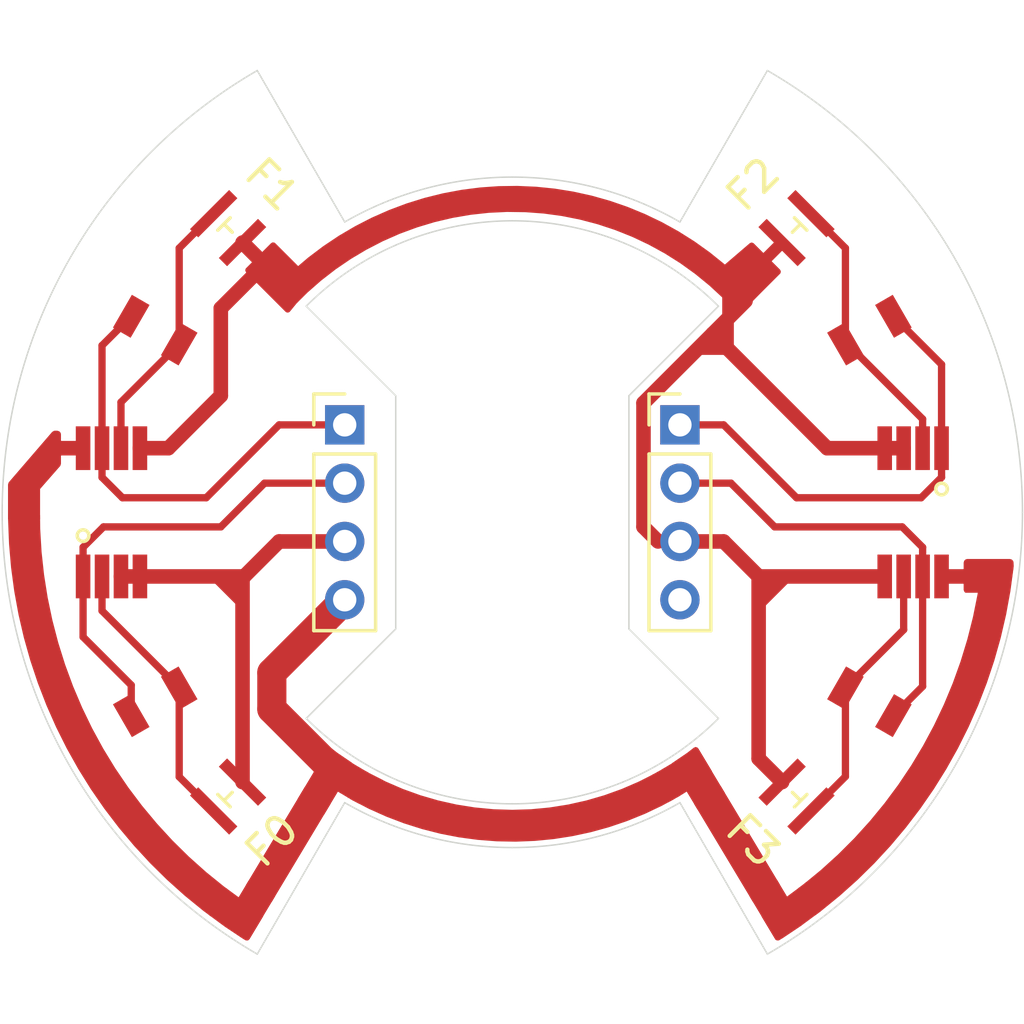
<source format=kicad_pcb>
(kicad_pcb (version 20211014) (generator pcbnew)
  (layers (0 "F.Cu" signal) (31 "B.Cu" signal) (34 "B.Paste" user) (35 "F.Paste" user) (36 "B.SilkS" user "B.Silkscreen") (37 "F.SilkS" user "F.Silkscreen") (38 "B.Mask" user) (39 "F.Mask" user) (44 "Edge.Cuts" user))
  (net 0 "")
  (net 1 "GND")
  (net 2 "Net-(F0-Pad1)")
  (net 3 "Net-(F1-Pad1)")
  (net 4 "Net-(F2-Pad1)")
  (net 5 "Net-(F3-Pad1)")
  (net 6 "VCC")
  (net 7 "O1")
  (net 8 "O0")
  (net 9 "O3")
  (net 10 "O2")
  (net 11 "LED")
  (footprint "Helios:SFH2704_Photodiode" (layer "F.Cu") (at 140.25 109.75 135)
    (fp_text reference "F0" (at -2.12132 0 45) (layer "F.SilkS"))
    (fp_text value "SFH2704" hide)
    (fp_line (start 0 -0.2) (end 0 0.2) (layer "F.SilkS") (width 0.12))
    (fp_line (start -0.3 -0.2) (end 0.3 -0.2) (layer "F.SilkS") (width 0.12))
    (pad "1" smd rect locked (at 0 -0.7 135) (size 1.9 0.4) (layers "F.Cu" "F.Paste" "F.Mask") (net 2 "Net-(F0-Pad1)"))
    (pad "2" smd rect locked (at 0 0.7 135) (size 1.9 0.4) (layers "F.Cu" "F.Paste" "F.Mask") (net 1 "GND"))
  )
  (footprint "Helios:SFH2704_Photodiode" (layer "F.Cu") (at 140.25 90.25 45)
    (fp_text reference "F1" (at 2.12132 0 315) (layer "F.SilkS"))
    (fp_text value "SFH2704" hide)
    (fp_line (start -0.3 -0.2) (end 0.3 -0.2) (layer "F.SilkS") (width 0.12))
    (fp_line (start 0 -0.2) (end 0 0.2) (layer "F.SilkS") (width 0.12))
    (pad "1" smd rect locked (at 0 -0.7 45) (size 1.9 0.4) (layers "F.Cu" "F.Paste" "F.Mask") (net 3 "Net-(F1-Pad1)"))
    (pad "2" smd rect locked (at 0 0.7 45) (size 1.9 0.4) (layers "F.Cu" "F.Paste" "F.Mask") (net 1 "GND"))
  )
  (footprint "Helios:SFH2704_Photodiode" (layer "F.Cu") (at 159.75 90.25 -45)
    (fp_text reference "F2" (at -2.12132 0 225) (layer "F.SilkS"))
    (fp_text value "SFH2704" hide)
    (fp_line (start -0.3 -0.2) (end 0.3 -0.2) (layer "F.SilkS") (width 0.12))
    (fp_line (start 0 -0.2) (end 0 0.2) (layer "F.SilkS") (width 0.12))
    (pad "1" smd rect locked (at 0 -0.7 315) (size 1.9 0.4) (layers "F.Cu" "F.Paste" "F.Mask") (net 4 "Net-(F2-Pad1)"))
    (pad "2" smd rect locked (at 0 0.7 315) (size 1.9 0.4) (layers "F.Cu" "F.Paste" "F.Mask") (net 1 "GND"))
  )
  (footprint "Helios:SFH2704_Photodiode" (layer "F.Cu") (at 159.75 109.75 -135)
    (fp_text reference "F3" (at 2.12132 0 -45) (layer "F.SilkS"))
    (fp_text value "SFH2704" hide)
    (fp_line (start 0 -0.2) (end 0 0.2) (layer "F.SilkS") (width 0.12))
    (fp_line (start -0.3 -0.2) (end 0.3 -0.2) (layer "F.SilkS") (width 0.12))
    (pad "1" smd rect locked (at 0 -0.7 225) (size 1.9 0.4) (layers "F.Cu" "F.Paste" "F.Mask") (net 5 "Net-(F3-Pad1)"))
    (pad "2" smd rect locked (at 0 0.7 225) (size 1.9 0.4) (layers "F.Cu" "F.Paste" "F.Mask") (net 1 "GND"))
  )
  (footprint "Helios:OPA2380" (layer "F.Cu") (at 136.25 100)
    (fp_text reference "U0" hide)
    (fp_text value "OPA2380")
    (fp_circle (center -0.975 0.8) (end -0.775 0.8) (layer "F.SilkS") (width 0.12) (fill none))
    (pad "1" smd rect locked (at -0.975 2.2) (size 0.5 1.5) (layers "F.Cu" "F.Paste" "F.Mask") (net 7 "O1"))
    (pad "2" smd rect locked (at -0.325 2.2) (size 0.5 1.5) (layers "F.Cu" "F.Paste" "F.Mask") (net 2 "Net-(F0-Pad1)"))
    (pad "3" smd rect locked (at 0.325 2.2) (size 0.5 1.5) (layers "F.Cu" "F.Paste" "F.Mask") (net 1 "GND"))
    (pad "4" smd rect locked (at 0.975 2.2) (size 0.5 1.5) (layers "F.Cu" "F.Paste" "F.Mask") (net 1 "GND"))
    (pad "5" smd rect locked (at 0.975 -2.2) (size 0.5 1.5) (layers "F.Cu" "F.Paste" "F.Mask") (net 1 "GND"))
    (pad "6" smd rect locked (at 0.325 -2.2) (size 0.5 1.5) (layers "F.Cu" "F.Paste" "F.Mask") (net 3 "Net-(F1-Pad1)"))
    (pad "7" smd rect locked (at -0.325 -2.2) (size 0.5 1.5) (layers "F.Cu" "F.Paste" "F.Mask") (net 8 "O0"))
    (pad "8" smd rect locked (at -0.975 -2.2) (size 0.5 1.5) (layers "F.Cu" "F.Paste" "F.Mask") (net 6 "VCC"))
  )
  (footprint "Helios:OPA2380" (layer "F.Cu") (at 163.75 100 180)
    (fp_text reference "U1" hide)
    (fp_text value "OPA2380")
    (fp_circle (center -0.975 0.8) (end -0.775 0.8) (layer "F.SilkS") (width 0.12) (fill none))
    (pad "1" smd rect locked (at -0.975 2.2 180) (size 0.5 1.5) (layers "F.Cu" "F.Paste" "F.Mask") (net 10 "O2"))
    (pad "2" smd rect locked (at -0.325 2.2 180) (size 0.5 1.5) (layers "F.Cu" "F.Paste" "F.Mask") (net 4 "Net-(F2-Pad1)"))
    (pad "3" smd rect locked (at 0.325 2.2 180) (size 0.5 1.5) (layers "F.Cu" "F.Paste" "F.Mask") (net 1 "GND"))
    (pad "4" smd rect locked (at 0.975 2.2 180) (size 0.5 1.5) (layers "F.Cu" "F.Paste" "F.Mask") (net 1 "GND"))
    (pad "5" smd rect locked (at 0.975 -2.2 180) (size 0.5 1.5) (layers "F.Cu" "F.Paste" "F.Mask") (net 1 "GND"))
    (pad "6" smd rect locked (at 0.325 -2.2 180) (size 0.5 1.5) (layers "F.Cu" "F.Paste" "F.Mask") (net 5 "Net-(F3-Pad1)"))
    (pad "7" smd rect locked (at -0.325 -2.2 180) (size 0.5 1.5) (layers "F.Cu" "F.Paste" "F.Mask") (net 9 "O3"))
    (pad "8" smd rect locked (at -0.975 -2.2 180) (size 0.5 1.5) (layers "F.Cu" "F.Paste" "F.Mask") (net 6 "VCC"))
  )
  (footprint "Helios:RS_0805" (layer "F.Cu") (at 137.75 106.5 30)
    (fp_text reference "R0" hide)
    (fp_text value "R")
    (pad "1" smd rect locked (at -0.95 0 30) (size 0.7 1.3) (layers "F.Cu" "F.Paste" "F.Mask") (net 7 "O1"))
    (pad "2" smd rect locked (at 0.95 0 30) (size 0.7 1.3) (layers "F.Cu" "F.Paste" "F.Mask") (net 2 "Net-(F0-Pad1)"))
  )
  (footprint "Helios:RS_0805" (layer "F.Cu") (at 137.75 93.75 -30)
    (fp_text reference "R1" hide)
    (fp_text value "R")
    (pad "1" smd rect locked (at -0.95 0 330) (size 0.7 1.3) (layers "F.Cu" "F.Paste" "F.Mask") (net 8 "O0"))
    (pad "2" smd rect locked (at 0.95 0 330) (size 0.7 1.3) (layers "F.Cu" "F.Paste" "F.Mask") (net 3 "Net-(F1-Pad1)"))
  )
  (footprint "Helios:RS_0805" (layer "F.Cu") (at 162.25 93.75 -150)
    (fp_text reference "R2" hide)
    (fp_text value "R")
    (pad "1" smd rect locked (at -0.95 0 210) (size 0.7 1.3) (layers "F.Cu" "F.Paste" "F.Mask") (net 10 "O2"))
    (pad "2" smd rect locked (at 0.95 0 210) (size 0.7 1.3) (layers "F.Cu" "F.Paste" "F.Mask") (net 4 "Net-(F2-Pad1)"))
  )
  (footprint "Helios:RS_0805" (layer "F.Cu") (at 162.25 106.5 150)
    (fp_text reference "R3" hide)
    (fp_text value "R")
    (pad "1" smd rect locked (at -0.95 0 150) (size 0.7 1.3) (layers "F.Cu" "F.Paste" "F.Mask") (net 9 "O3"))
    (pad "2" smd rect locked (at 0.95 0 150) (size 0.7 1.3) (layers "F.Cu" "F.Paste" "F.Mask") (net 5 "Net-(F3-Pad1)"))
  )
  (footprint "Connector_PinHeader_2.00mm:PinHeader_1x04_P2.00mm_Vertical" (layer "F.Cu") (at 144.25 97)
    (fp_text reference "J0" hide)
    (fp_text value "Connector J0")
    (fp_line (start 1.06 1) (end 1.06 7.06) (layer "F.SilkS") (width 0.12))
    (fp_line (start -1.06 1) (end 1.06 1) (layer "F.SilkS") (width 0.12))
    (fp_line (start -1.06 -1.06) (end 0 -1.06) (layer "F.SilkS") (width 0.12))
    (fp_line (start -1.06 1) (end -1.06 7.06) (layer "F.SilkS") (width 0.12))
    (fp_line (start -1.06 7.06) (end 1.06 7.06) (layer "F.SilkS") (width 0.12))
    (fp_line (start -1.06 0) (end -1.06 -1.06) (layer "F.SilkS") (width 0.12))
    (pad "1" thru_hole rect locked (at 0 0) (size 1.35 1.35) (drill 0.8) (layers *.Cu *.Mask) (net 8 "O0"))
    (pad "2" thru_hole oval locked (at 0 2) (size 1.35 1.35) (drill 0.8) (layers *.Cu *.Mask) (net 7 "O1"))
    (pad "3" thru_hole oval locked (at 0 4) (size 1.35 1.35) (drill 0.8) (layers *.Cu *.Mask) (net 1 "GND"))
    (pad "4" thru_hole oval locked (at 0 6) (size 1.35 1.35) (drill 0.8) (layers *.Cu *.Mask) (net 6 "VCC"))
  )
  (footprint "Connector_PinHeader_2.00mm:PinHeader_1x04_P2.00mm_Vertical" (layer "F.Cu") (at 155.75 97)
    (fp_text reference "J1" hide)
    (fp_text value "Connector J1")
    (fp_line (start -1.06 1) (end -1.06 7.06) (layer "F.SilkS") (width 0.12))
    (fp_line (start -1.06 7.06) (end 1.06 7.06) (layer "F.SilkS") (width 0.12))
    (fp_line (start -1.06 1) (end 1.06 1) (layer "F.SilkS") (width 0.12))
    (fp_line (start -1.06 0) (end -1.06 -1.06) (layer "F.SilkS") (width 0.12))
    (fp_line (start -1.06 -1.06) (end 0 -1.06) (layer "F.SilkS") (width 0.12))
    (fp_line (start 1.06 1) (end 1.06 7.06) (layer "F.SilkS") (width 0.12))
    (pad "1" thru_hole rect locked (at 0 0) (size 1.35 1.35) (drill 0.8) (layers *.Cu *.Mask) (net 10 "O2"))
    (pad "2" thru_hole oval locked (at 0 2) (size 1.35 1.35) (drill 0.8) (layers *.Cu *.Mask) (net 9 "O3"))
    (pad "3" thru_hole oval locked (at 0 4) (size 1.35 1.35) (drill 0.8) (layers *.Cu *.Mask) (net 1 "GND"))
    (pad "4" thru_hole oval locked (at 0 6) (size 1.35 1.35) (drill 0.8) (layers *.Cu *.Mask) (net 11 "LED"))
  )
  (gr_poly (pts (xy 157.5 94.5) (xy 156.25 94.5) (xy 157.5 93.25)) (layer "F.Cu") (width 0.2) (fill solid))
  (gr_poly (pts (xy 158.5 103.25) (xy 158.5 102.25) (xy 159.5 102.25)) (layer "F.Cu") (width 0.2) (fill solid))
  (gr_poly (pts (xy 139.7 102.2) (xy 140.7 102.2) (xy 140.7 103.2)) (layer "F.Cu") (width 0.2) (fill solid))
  (gr_poly (pts (xy 157.3 93.6) (xy 157.3 92.5) (xy 158.425 92.425)) (layer "F.Cu") (width 0.2) (fill solid))
  (gr_line (start 154 96) (end 157.071068 92.928932) (layer "Edge.Cuts") (width 0.05))
  (gr_line (start 146 96) (end 142.928932 92.928932) (layer "Edge.Cuts") (width 0.05))
  (gr_line (start 155.75 90.040708) (end 158.75 84.844555) (layer "Edge.Cuts") (width 0.05))
  (gr_line (start 144.25 90.040708) (end 141.25 84.844555) (layer "Edge.Cuts") (width 0.05))
  (gr_line (start 158.75 115.155445) (end 155.75 109.959292) (layer "Edge.Cuts") (width 0.05))
  (gr_line (start 141.25 115.155445) (end 144.25 109.959292) (layer "Edge.Cuts") (width 0.05))
  (gr_line (start 142.928932 107.071068) (end 146 104) (layer "Edge.Cuts") (width 0.05))
  (gr_arc (start 150 111.5) (mid 147.023581 111.108147) (end 144.25 109.959292) (layer "Edge.Cuts") (width 0.05))
  (gr_arc (start 142.928932 92.928932) (mid 146.173166 90.761204) (end 150 90) (layer "Edge.Cuts") (width 0.05))
  (gr_line (start 154 104) (end 154 96) (layer "Edge.Cuts") (width 0.05))
  (gr_arc (start 141.25 115.155445) (mid 134.844555 108.75) (end 132.5 100) (layer "Edge.Cuts") (width 0.05))
  (gr_line (start 157.071068 107.071068) (end 154 104) (layer "Edge.Cuts") (width 0.05))
  (gr_arc (start 144.25 90.040708) (mid 147.023581 88.891853) (end 150 88.5) (layer "Edge.Cuts") (width 0.05))
  (gr_arc (start 158.75 84.844555) (mid 165.155445 91.25) (end 167.5 100) (layer "Edge.Cuts") (width 0.05))
  (gr_arc (start 167.5 100) (mid 165.155445 108.75) (end 158.75 115.155445) (layer "Edge.Cuts") (width 0.05))
  (gr_arc (start 150 90) (mid 153.826834 90.761205) (end 157.071068 92.928932) (layer "Edge.Cuts") (width 0.05))
  (gr_arc (start 150 110) (mid 146.173166 109.238795) (end 142.928932 107.071068) (layer "Edge.Cuts") (width 0.05))
  (gr_line (start 146 104) (end 146 96) (layer "Edge.Cuts") (width 0.05))
  (gr_arc (start 157.071068 107.071068) (mid 153.826834 109.238796) (end 150 110) (layer "Edge.Cuts") (width 0.05))
  (gr_arc (start 155.75 109.959292) (mid 152.976419 111.108147) (end 150 111.5) (layer "Edge.Cuts") (width 0.05))
  (gr_arc (start 132.5 100) (mid 134.844555 91.25) (end 141.25 84.844555) (layer "Edge.Cuts") (width 0.05))
  (gr_arc (start 150 88.5) (mid 152.976419 88.891853) (end 155.75 90.040708) (layer "Edge.Cuts") (width 0.05))
  (segment (start 158.45 102.2) (end 157.25 101) (width 0.5) (layer "F.Cu") (net 1))
  (segment (start 140.744975 102.255025) (end 142 101) (width 0.25) (layer "F.Cu") (net 1))
  (segment (start 138.2 97.8) (end 140 96) (width 0.5) (layer "F.Cu") (net 1))
  (segment (start 154.5 100.5) (end 154.5 96.25) (width 0.5) (layer "F.Cu") (net 1))
  (segment (start 137.225 102.2) (end 140.8 102.2) (width 0.5) (layer "F.Cu") (net 1))
  (segment (start 159.255025 109.255025) (end 158.45 108.45) (width 0.5) (layer "F.Cu") (net 1))
  (segment (start 140.744975 109.255025) (end 140.744975 102.255025) (width 0.5) (layer "F.Cu") (net 1))
  (segment (start 141.5 91.5) (end 140.744975 90.744975) (width 0.5) (layer "F.Cu") (net 1))
  (segment (start 154.5 96.25) (end 156.875 93.875) (width 0.5) (layer "F.Cu") (net 1))
  (segment (start 162.775 102.2) (end 158.45 102.2) (width 0.5) (layer "F.Cu") (net 1))
  (segment (start 157.25 101) (end 155.75 101) (width 0.5) (layer "F.Cu") (net 1))
  (segment (start 155 101) (end 154.5 100.5) (width 0.5) (layer "F.Cu") (net 1))
  (segment (start 162.775 97.8) (end 160.8 97.8) (width 0.5) (layer "F.Cu") (net 1))
  (segment (start 163.425 97.8) (end 162.775 97.8) (width 0.5) (layer "F.Cu") (net 1))
  (segment (start 155.75 101) (end 155 101) (width 0.25) (layer "F.Cu") (net 1))
  (segment (start 142 101) (end 144.25 101) (width 0.5) (layer "F.Cu") (net 1))
  (segment (start 136.575 102.2) (end 137.225 102.2) (width 0.5) (layer "F.Cu") (net 1))
  (segment (start 137.225 97.8) (end 138.2 97.8) (width 0.5) (layer "F.Cu") (net 1))
  (segment (start 140 93) (end 141.5 91.5) (width 0.5) (layer "F.Cu") (net 1))
  (segment (start 140 96) (end 140 93) (width 0.5) (layer "F.Cu") (net 1))
  (segment (start 158.45 108.45) (end 158.45 102.2) (width 0.5) (layer "F.Cu") (net 1))
  (segment (start 140.8 102.2) (end 142 101) (width 0.5) (layer "F.Cu") (net 1))
  (segment (start 156.875 93.875) (end 158 92.75) (width 0.5) (layer "F.Cu") (net 1))
  (segment (start 160.8 97.8) (end 156.875 93.875) (width 0.5) (layer "F.Cu") (net 1))
  (segment (start 138.572724 106.025) (end 135.925 103.377276) (width 0.25) (layer "F.Cu") (net 2))
  (segment (start 139.744975 110.244975) (end 138.572724 109.072724) (width 0.25) (layer "F.Cu") (net 2))
  (segment (start 139.755025 110.244975) (end 139.744975 110.244975) (width 0.25) (layer "F.Cu") (net 2))
  (segment (start 138.572724 109.072724) (end 138.572724 106.025) (width 0.25) (layer "F.Cu") (net 2))
  (segment (start 135.925 103.377276) (end 135.925 102.2) (width 0.25) (layer "F.Cu") (net 2))
  (segment (start 139.755025 89.755025) (end 138.572724 90.937326) (width 0.25) (layer "F.Cu") (net 3))
  (segment (start 136.575 96.222724) (end 136.575 97.8) (width 0.25) (layer "F.Cu") (net 3))
  (segment (start 138.572724 90.937326) (end 138.572724 94.225) (width 0.25) (layer "F.Cu") (net 3))
  (segment (start 138.572724 94.225) (end 136.575 96.222724) (width 0.25) (layer "F.Cu") (net 3))
  (segment (start 164.075 97.8) (end 164.075 96.8) (width 0.25) (layer "F.Cu") (net 4))
  (segment (start 161.427276 94.225) (end 161.427276 90.937326) (width 0.25) (layer "F.Cu") (net 4))
  (segment (start 161.5 94.225) (end 161.427276 94.225) (width 0.25) (layer "F.Cu") (net 4))
  (segment (start 164.075 96.8) (end 161.5 94.225) (width 0.25) (layer "F.Cu") (net 4))
  (segment (start 161.427276 90.937326) (end 160.244975 89.755025) (width 0.25) (layer "F.Cu") (net 4))
  (segment (start 161.427276 109.062674) (end 161.427276 106.025) (width 0.25) (layer "F.Cu") (net 5))
  (segment (start 160.244975 110.244975) (end 161.427276 109.062674) (width 0.25) (layer "F.Cu") (net 5))
  (segment (start 161.427276 106.025) (end 163.425 104.027276) (width 0.25) (layer "F.Cu") (net 5))
  (segment (start 163.425 104.027276) (end 163.425 102.2) (width 0.25) (layer "F.Cu") (net 5))
  (segment (start 144.25 103) (end 141.75 105.5) (width 1) (layer "F.Cu") (net 6))
  (segment (start 141.75 105.5) (end 141.75 106.75) (width 1) (layer "F.Cu") (net 6))
  (segment (start 141.75 106.75) (end 143.75 108.75) (width 1) (layer "F.Cu") (net 6))
  (segment (start 135.275 104.275) (end 135.275 102.2) (width 0.25) (layer "F.Cu") (net 7))
  (segment (start 140 100.5) (end 141.5 99) (width 0.25) (layer "F.Cu") (net 7))
  (segment (start 135.975 100.5) (end 140 100.5) (width 0.25) (layer "F.Cu") (net 7))
  (segment (start 135.275 101.2) (end 135.975 100.5) (width 0.25) (layer "F.Cu") (net 7))
  (segment (start 141.5 99) (end 144.25 99) (width 0.25) (layer "F.Cu") (net 7))
  (segment (start 136.927276 106.975) (end 136.927276 105.927276) (width 0.25) (layer "F.Cu") (net 7))
  (segment (start 136.927276 105.927276) (end 135.275 104.275) (width 0.25) (layer "F.Cu") (net 7))
  (segment (start 135.25 102.225) (end 135.275 102.2) (width 0.25) (layer "F.Cu") (net 7))
  (segment (start 135.275 102.2) (end 135.275 101.2) (width 0.25) (layer "F.Cu") (net 7))
  (segment (start 135.925 98.8) (end 136.625 99.5) (width 0.25) (layer "F.Cu") (net 8))
  (segment (start 136.927276 93.275) (end 135.925 94.277276) (width 0.25) (layer "F.Cu") (net 8))
  (segment (start 135.925 97.8) (end 135.925 98.8) (width 0.25) (layer "F.Cu") (net 8))
  (segment (start 135.925 94.277276) (end 135.925 97.8) (width 0.25) (layer "F.Cu") (net 8))
  (segment (start 139.5 99.5) (end 142 97) (width 0.25) (layer "F.Cu") (net 8))
  (segment (start 142 97) (end 144.25 97) (width 0.25) (layer "F.Cu") (net 8))
  (segment (start 136.625 99.5) (end 139.5 99.5) (width 0.25) (layer "F.Cu") (net 8))
  (segment (start 159 100.5) (end 157.5 99) (width 0.25) (layer "F.Cu") (net 9))
  (segment (start 163.072724 106.975) (end 164.075 105.972724) (width 0.25) (layer "F.Cu") (net 9))
  (segment (start 164.075 105.972724) (end 164.075 102.2) (width 0.25) (layer "F.Cu") (net 9))
  (segment (start 164.075 102.2) (end 164.075 101.2) (width 0.25) (layer "F.Cu") (net 9))
  (segment (start 157.5 99) (end 155.75 99) (width 0.25) (layer "F.Cu") (net 9))
  (segment (start 164.075 101.2) (end 163.375 100.5) (width 0.25) (layer "F.Cu") (net 9))
  (segment (start 163.375 100.5) (end 159 100.5) (width 0.25) (layer "F.Cu") (net 9))
  (segment (start 159.75 99.5) (end 157.25 97) (width 0.25) (layer "F.Cu") (net 10))
  (segment (start 164.025 99.5) (end 159.75 99.5) (width 0.25) (layer "F.Cu") (net 10))
  (segment (start 164.725 97.8) (end 164.725 98.8) (width 0.25) (layer "F.Cu") (net 10))
  (segment (start 164.725 94.927276) (end 163.072724 93.275) (width 0.25) (layer "F.Cu") (net 10))
  (segment (start 164.725 97.8) (end 164.725 94.927276) (width 0.25) (layer "F.Cu") (net 10))
  (segment (start 157.25 97) (end 155.75 97) (width 0.25) (layer "F.Cu") (net 10))
  (segment (start 164.725 98.8) (end 164.025 99.5) (width 0.25) (layer "F.Cu") (net 10))
  (zone (net 1) (net_name "GND") (layer "F.Cu") (connect_pads (clearance 0.2)) (min_thickness 0.2) (fill yes (thermal_gap 0.508) (thermal_bridge_width 0.508))
    (polygon (pts (xy 143.2 92.1) (xy 142.3 93.2) (xy 140.3 91.2) (xy 141.3 90.2)))
  )
  (zone (net 6) (net_name "VCC") (layer "F.Cu") (connect_pads (clearance 0.1)) (min_thickness 0.254) (fill yes (thermal_gap 0.508) (thermal_bridge_width 0.508))
    (polygon (pts (xy 167.2 101.83) (xy 167.07 102.76) (xy 164.75 102.76) (xy 164.75 101.6) (xy 167.19 101.6)))
  )
  (zone (net 6) (net_name "VCC") (layer "F.Cu") (connect_pads (clearance 0)) (min_thickness 0.2) (fill yes (thermal_gap 0.508) (thermal_bridge_width 0.508) (island_removal_mode 1) (island_area_min 0))
    (polygon (pts (xy 141.75 113.75) (xy 140.5 116) (xy 139 114.75) (xy 140.25 112.75)))
  )
  (zone (net 6) (net_name "VCC") (layer "F.Cu") (connect_pads (clearance 0)) (min_thickness 0.2) (fill yes (thermal_gap 0.508) (thermal_bridge_width 0.508) (island_removal_mode 1) (island_area_min 0))
    (polygon (pts (xy 142 113.25) (xy 140.75 115.75) (xy 139.5 114.75) (xy 140.75 112.5)))
  )
  (zone (net 6) (net_name "VCC") (layer "F.Cu") (connect_pads (clearance 0)) (min_thickness 0.2) (fill yes (thermal_gap 0.508) (thermal_bridge_width 0.508) (island_removal_mode 1) (island_area_min 0))
    (polygon (pts (xy 145.5 108.5) (xy 143.75 110.5) (xy 142.5 109.75) (xy 143.75 107.75)))
  )
  (zone (net 6) (net_name "VCC") (layer "F.Cu") (connect_pads (clearance 0)) (min_thickness 0.2) (fill yes (thermal_gap 0.508) (thermal_bridge_width 0.508) (island_removal_mode 1) (island_area_min 0))
    (polygon (pts (xy 161 114.5) (xy 159.5 115.75) (xy 158.25 113.75) (xy 160 112.5)))
  )
  (zone locked (net 6) (net_name "VCC") (layer "F.Cu") (connect_pads (clearance 0)) (min_thickness 0.2) (fill yes (thermal_gap 0.508) (thermal_bridge_width 0.508) (island_removal_mode 1) (island_area_min 0))
    (polygon (pts (xy 134.25 102) (xy 135.25 106) (xy 136.5 108.5) (xy 139 111.5) (xy 140.5 112.75) (xy 142 109.75) (xy 143.25 107.75) (xy 143.75 107.75) (xy 145.75 109) (xy 150 110) (xy 152.5 109.75) (xy 155.25 108.5) (xy 156.5 107.75) (xy 159.5 112.75) (xy 160 112.5) (xy 162.5 110) (xy 163.5 108.5) (xy 164.25 107.25) (xy 165.25 104.25) (xy 165.75 101.75) (xy 167.5 101.75) (xy 167.5 102.5) (xy 167.25 104.25) (xy 166.75 105.75) (xy 165.5 108.5) (xy 163.25 111.75) (xy 160.25 114.25) (xy 159 115) (xy 156 110) (xy 154 111) (xy 150 111.75) (xy 147 111.5) (xy 144 110) (xy 141 115) (xy 138.75 113.75) (xy 137 112) (xy 134.75 109) (xy 133.25 106) (xy 132.5 102.25) (xy 132.5 100) (xy 134 100)))
  )
  (zone (net 1) (net_name "GND") (layer "F.Cu") (connect_pads (clearance 0.2)) (min_thickness 0.2) (fill yes (thermal_gap 0.508) (thermal_bridge_width 0.508) (island_removal_mode 1) (island_area_min 0))
    (polygon (pts (xy 154 89) (xy 157.25 91) (xy 158.5 92.25) (xy 157.5 93.25) (xy 156.25 92.25) (xy 154.5 91) (xy 150.75 90) (xy 146.25 90.75) (xy 143.75 92.25) (xy 142.75 93.5) (xy 141.5 92.25) (xy 142.75 91) (xy 144.25 90) (xy 146.25 89) (xy 149 88.5) (xy 151.25 88.5)))
  )
  (zone (net 6) (net_name "VCC") (layer "F.Cu") (connect_pads (clearance 0)) (min_thickness 0.2) (fill yes (thermal_gap 0.508) (thermal_bridge_width 0.508) (island_removal_mode 1) (island_area_min 0))
    (polygon (pts (xy 144.75 108.5) (xy 146 108.75) (xy 144.5 110.25) (xy 142.75 109) (xy 143.75 107.75)))
  )
  (zone (net 6) (net_name "VCC") (layer "F.Cu") (connect_pads (clearance 0.1)) (min_thickness 0.254) (fill yes (thermal_gap 0.508) (thermal_bridge_width 0.508))
    (polygon (pts (xy 135.25 98.4) (xy 134.5 98.4) (xy 133.8 99.2) (xy 133.8 100.24) (xy 132.7 100.24) (xy 132.7 99) (xy 134.25 97.2) (xy 135.25 97.2)))
  )
  (zone (net 6) (net_name "VCC") (layer "F.Cu") (connect_pads (clearance 0)) (min_thickness 0.2) (fill yes (thermal_gap 0.508) (thermal_bridge_width 0.508) (island_removal_mode 1) (island_area_min 0))
    (polygon (pts (xy 157.5 109.5) (xy 156.25 110.25) (xy 154.5 108.25) (xy 156.5 107.75)))
  )
  (zone (net 1) (net_name "GND") (layer "F.Cu") (connect_pads (clearance 0.2)) (min_thickness 0.2) (fill yes (thermal_gap 0.508) (thermal_bridge_width 0.508))
    (polygon (pts (xy 159.75 91.25) (xy 157.5 93.5) (xy 157.5 92.25) (xy 157 91.75) (xy 158.75 90.25)))
  )
  (zone (net 6) (net_name "VCC") (layer "F.Cu") (connect_pads (clearance 0)) (min_thickness 0.2) (fill yes (thermal_gap 0.508) (thermal_bridge_width 0.508) (island_removal_mode 1) (island_area_min 0))
    (polygon (pts (xy 157.25 109) (xy 155.5 110.25) (xy 154.5 108.5) (xy 156.5 107.75)))
  )
  (zone (net 6) (net_name "VCC") (layer "F.Cu") (connect_pads (clearance 0)) (min_thickness 0.2) (fill yes (thermal_gap 0.508) (thermal_bridge_width 0.508) (island_removal_mode 1) (island_area_min 0))
    (polygon (pts (xy 160.5 114.5) (xy 159.25 115.5) (xy 158 113.25) (xy 159.25 112.5)))
  )
)
</source>
